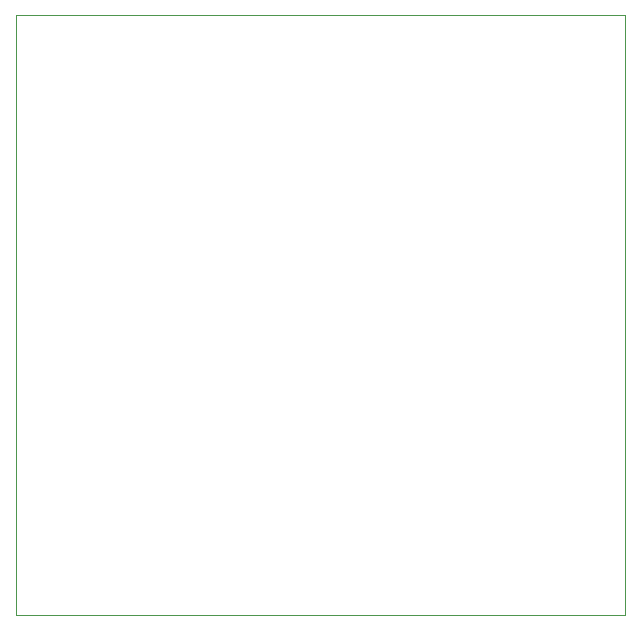
<source format=gm1>
G04 #@! TF.GenerationSoftware,KiCad,Pcbnew,8.0.0*
G04 #@! TF.CreationDate,2024-11-14T09:55:02-06:00*
G04 #@! TF.ProjectId,RainSegmentDriver,5261696e-5365-4676-9d65-6e7444726976,rev?*
G04 #@! TF.SameCoordinates,Original*
G04 #@! TF.FileFunction,Profile,NP*
%FSLAX46Y46*%
G04 Gerber Fmt 4.6, Leading zero omitted, Abs format (unit mm)*
G04 Created by KiCad (PCBNEW 8.0.0) date 2024-11-14 09:55:02*
%MOMM*%
%LPD*%
G01*
G04 APERTURE LIST*
G04 #@! TA.AperFunction,Profile*
%ADD10C,0.050000*%
G04 #@! TD*
G04 APERTURE END LIST*
D10*
X123150000Y-65480000D02*
X174730000Y-65480000D01*
X174730000Y-116280000D01*
X123150000Y-116280000D01*
X123150000Y-65480000D01*
M02*

</source>
